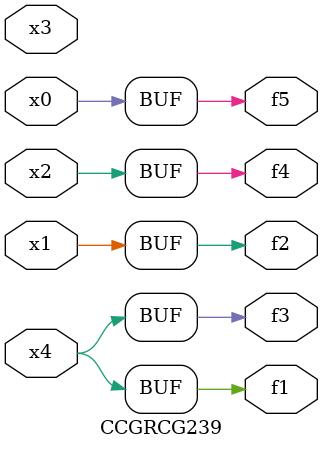
<source format=v>
module CCGRCG239(
	input x0, x1, x2, x3, x4,
	output f1, f2, f3, f4, f5
);
	assign f1 = x4;
	assign f2 = x1;
	assign f3 = x4;
	assign f4 = x2;
	assign f5 = x0;
endmodule

</source>
